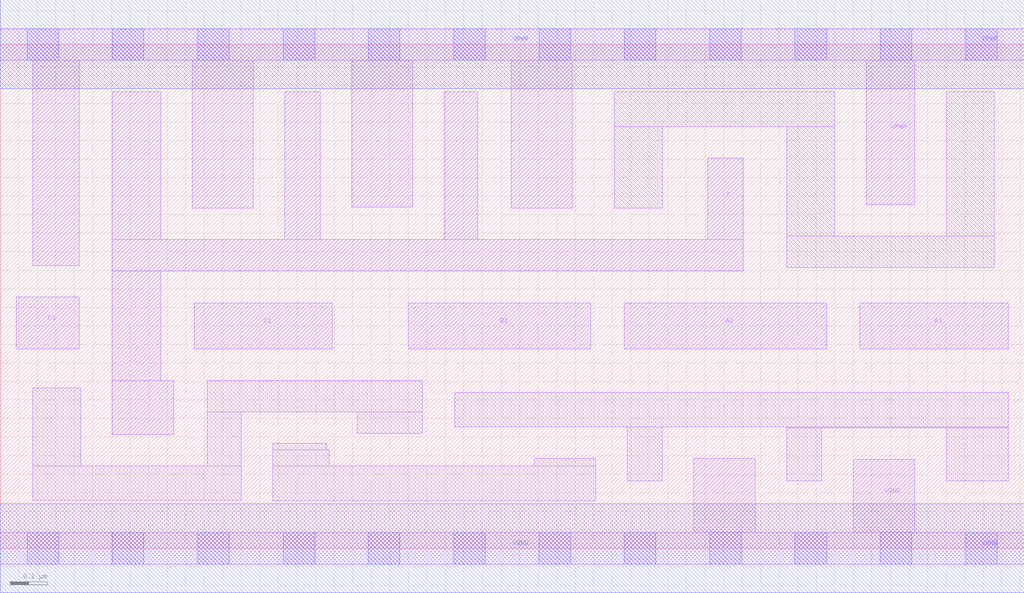
<source format=lef>
# Copyright 2020 The SkyWater PDK Authors
#
# Licensed under the Apache License, Version 2.0 (the "License");
# you may not use this file except in compliance with the License.
# You may obtain a copy of the License at
#
#     https://www.apache.org/licenses/LICENSE-2.0
#
# Unless required by applicable law or agreed to in writing, software
# distributed under the License is distributed on an "AS IS" BASIS,
# WITHOUT WARRANTIES OR CONDITIONS OF ANY KIND, either express or implied.
# See the License for the specific language governing permissions and
# limitations under the License.
#
# SPDX-License-Identifier: Apache-2.0

VERSION 5.7 ;
  NAMESCASESENSITIVE ON ;
  NOWIREEXTENSIONATPIN ON ;
  DIVIDERCHAR "/" ;
  BUSBITCHARS "[]" ;
UNITS
  DATABASE MICRONS 200 ;
END UNITS
MACRO sky130_fd_sc_hd__o2111ai_2
  CLASS CORE ;
  SOURCE USER ;
  FOREIGN sky130_fd_sc_hd__o2111ai_2 ;
  ORIGIN  0.000000  0.000000 ;
  SIZE  5.520000 BY  2.720000 ;
  SYMMETRY X Y R90 ;
  SITE unithd ;
  PIN A1
    ANTENNAGATEAREA  0.495000 ;
    DIRECTION INPUT ;
    USE SIGNAL ;
    PORT
      LAYER li1 ;
        RECT 4.635000 1.075000 5.435000 1.325000 ;
    END
  END A1
  PIN A2
    ANTENNAGATEAREA  0.495000 ;
    DIRECTION INPUT ;
    USE SIGNAL ;
    PORT
      LAYER li1 ;
        RECT 3.365000 1.075000 4.455000 1.325000 ;
    END
  END A2
  PIN B1
    ANTENNAGATEAREA  0.495000 ;
    DIRECTION INPUT ;
    USE SIGNAL ;
    PORT
      LAYER li1 ;
        RECT 2.200000 1.075000 3.185000 1.325000 ;
    END
  END B1
  PIN C1
    ANTENNAGATEAREA  0.495000 ;
    DIRECTION INPUT ;
    USE SIGNAL ;
    PORT
      LAYER li1 ;
        RECT 1.045000 1.075000 1.790000 1.325000 ;
    END
  END C1
  PIN D1
    ANTENNAGATEAREA  0.495000 ;
    DIRECTION INPUT ;
    USE SIGNAL ;
    PORT
      LAYER li1 ;
        RECT 0.085000 1.075000 0.425000 1.355000 ;
    END
  END D1
  PIN Y
    ANTENNADIFFAREA  1.302000 ;
    DIRECTION OUTPUT ;
    USE SIGNAL ;
    PORT
      LAYER li1 ;
        RECT 0.605000 0.615000 0.935000 0.905000 ;
        RECT 0.605000 0.905000 0.865000 1.495000 ;
        RECT 0.605000 1.495000 4.005000 1.665000 ;
        RECT 0.605000 1.665000 0.865000 2.465000 ;
        RECT 1.535000 1.665000 1.725000 2.465000 ;
        RECT 2.395000 1.665000 2.575000 2.465000 ;
        RECT 3.815000 1.665000 4.005000 2.105000 ;
    END
  END Y
  PIN VGND
    DIRECTION INOUT ;
    SHAPE ABUTMENT ;
    USE GROUND ;
    PORT
      LAYER li1 ;
        RECT 0.000000 -0.085000 5.520000 0.085000 ;
        RECT 3.740000  0.085000 4.070000 0.485000 ;
        RECT 4.600000  0.085000 4.930000 0.480000 ;
      LAYER mcon ;
        RECT 0.145000 -0.085000 0.315000 0.085000 ;
        RECT 0.605000 -0.085000 0.775000 0.085000 ;
        RECT 1.065000 -0.085000 1.235000 0.085000 ;
        RECT 1.525000 -0.085000 1.695000 0.085000 ;
        RECT 1.985000 -0.085000 2.155000 0.085000 ;
        RECT 2.445000 -0.085000 2.615000 0.085000 ;
        RECT 2.905000 -0.085000 3.075000 0.085000 ;
        RECT 3.365000 -0.085000 3.535000 0.085000 ;
        RECT 3.825000 -0.085000 3.995000 0.085000 ;
        RECT 4.285000 -0.085000 4.455000 0.085000 ;
        RECT 4.745000 -0.085000 4.915000 0.085000 ;
        RECT 5.205000 -0.085000 5.375000 0.085000 ;
      LAYER met1 ;
        RECT 0.000000 -0.240000 5.520000 0.240000 ;
    END
  END VGND
  PIN VPWR
    DIRECTION INOUT ;
    SHAPE ABUTMENT ;
    USE POWER ;
    PORT
      LAYER li1 ;
        RECT 0.000000 2.635000 5.520000 2.805000 ;
        RECT 0.175000 1.525000 0.425000 2.635000 ;
        RECT 1.035000 1.835000 1.365000 2.635000 ;
        RECT 1.895000 1.840000 2.225000 2.635000 ;
        RECT 2.755000 1.835000 3.085000 2.635000 ;
        RECT 4.670000 1.855000 4.930000 2.635000 ;
      LAYER mcon ;
        RECT 0.145000 2.635000 0.315000 2.805000 ;
        RECT 0.605000 2.635000 0.775000 2.805000 ;
        RECT 1.065000 2.635000 1.235000 2.805000 ;
        RECT 1.525000 2.635000 1.695000 2.805000 ;
        RECT 1.985000 2.635000 2.155000 2.805000 ;
        RECT 2.445000 2.635000 2.615000 2.805000 ;
        RECT 2.905000 2.635000 3.075000 2.805000 ;
        RECT 3.365000 2.635000 3.535000 2.805000 ;
        RECT 3.825000 2.635000 3.995000 2.805000 ;
        RECT 4.285000 2.635000 4.455000 2.805000 ;
        RECT 4.745000 2.635000 4.915000 2.805000 ;
        RECT 5.205000 2.635000 5.375000 2.805000 ;
      LAYER met1 ;
        RECT 0.000000 2.480000 5.520000 2.960000 ;
    END
  END VPWR
  OBS
    LAYER li1 ;
      RECT 0.175000 0.260000 1.300000 0.445000 ;
      RECT 0.175000 0.445000 0.435000 0.865000 ;
      RECT 1.115000 0.445000 1.300000 0.735000 ;
      RECT 1.115000 0.735000 2.275000 0.905000 ;
      RECT 1.470000 0.255000 3.210000 0.445000 ;
      RECT 1.470000 0.445000 1.775000 0.530000 ;
      RECT 1.470000 0.530000 1.760000 0.565000 ;
      RECT 1.925000 0.620000 2.275000 0.735000 ;
      RECT 2.450000 0.655000 5.435000 0.840000 ;
      RECT 2.880000 0.445000 3.210000 0.485000 ;
      RECT 3.310000 1.835000 3.570000 2.275000 ;
      RECT 3.310000 2.275000 4.500000 2.465000 ;
      RECT 3.380000 0.365000 3.570000 0.655000 ;
      RECT 4.240000 0.365000 4.430000 0.650000 ;
      RECT 4.240000 0.650000 5.435000 0.655000 ;
      RECT 4.240000 1.515000 5.360000 1.685000 ;
      RECT 4.240000 1.685000 4.500000 2.275000 ;
      RECT 5.100000 0.365000 5.435000 0.650000 ;
      RECT 5.100000 1.685000 5.360000 2.465000 ;
  END
END sky130_fd_sc_hd__o2111ai_2

</source>
